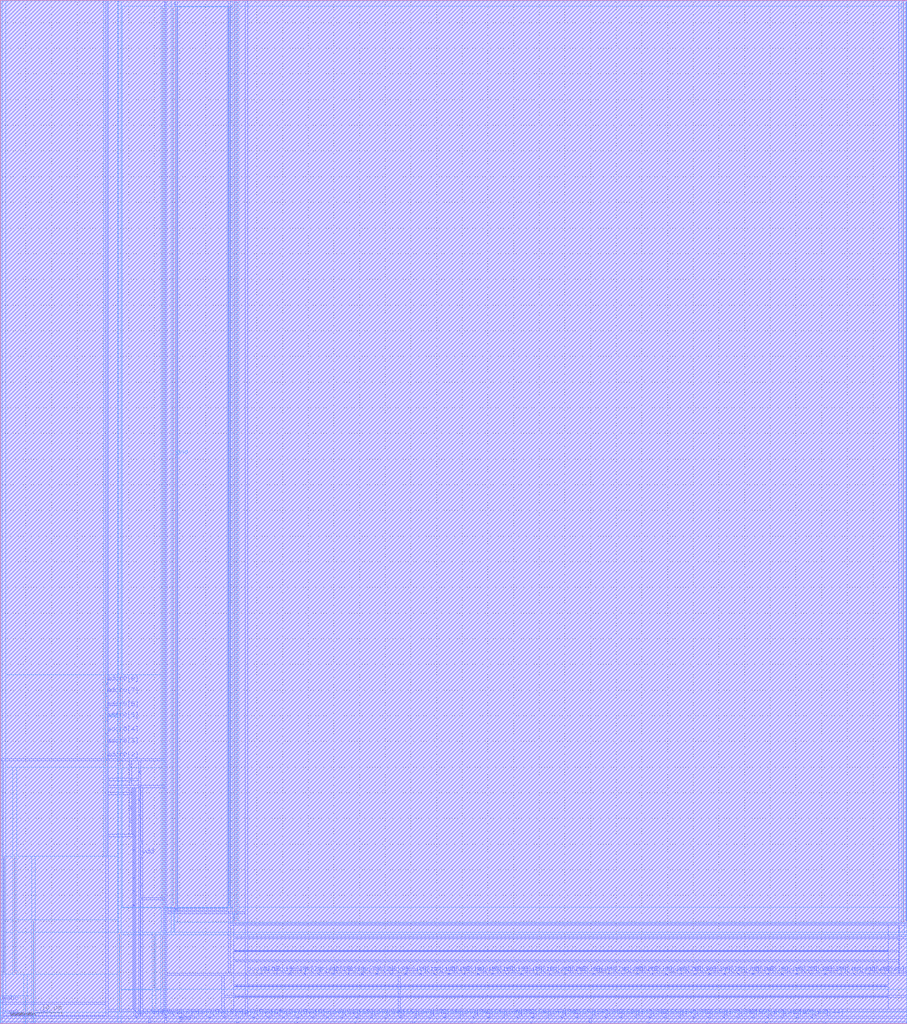
<source format=lef>
VERSION 5.4 ;
NAMESCASESENSITIVE ON ;
BUSBITCHARS "[]" ;
DIVIDERCHAR "/" ;
UNITS
  DATABASE MICRONS 2000 ;
END UNITS
MACRO freepdk45_sram_1rw0r_512x45
   CLASS BLOCK ;
   SIZE 176.67 BY 199.365 ;
   SYMMETRY X Y R90 ;
   PIN din0[0]
      DIRECTION INPUT ;
      PORT
         LAYER metal3 ;
         RECT  32.165 1.1725 32.3 1.3075 ;
      END
   END din0[0]
   PIN din0[1]
      DIRECTION INPUT ;
      PORT
         LAYER metal3 ;
         RECT  35.025 1.1725 35.16 1.3075 ;
      END
   END din0[1]
   PIN din0[2]
      DIRECTION INPUT ;
      PORT
         LAYER metal3 ;
         RECT  37.885 1.1725 38.02 1.3075 ;
      END
   END din0[2]
   PIN din0[3]
      DIRECTION INPUT ;
      PORT
         LAYER metal3 ;
         RECT  40.745 1.1725 40.88 1.3075 ;
      END
   END din0[3]
   PIN din0[4]
      DIRECTION INPUT ;
      PORT
         LAYER metal3 ;
         RECT  43.605 1.1725 43.74 1.3075 ;
      END
   END din0[4]
   PIN din0[5]
      DIRECTION INPUT ;
      PORT
         LAYER metal3 ;
         RECT  46.465 1.1725 46.6 1.3075 ;
      END
   END din0[5]
   PIN din0[6]
      DIRECTION INPUT ;
      PORT
         LAYER metal3 ;
         RECT  49.325 1.1725 49.46 1.3075 ;
      END
   END din0[6]
   PIN din0[7]
      DIRECTION INPUT ;
      PORT
         LAYER metal3 ;
         RECT  52.185 1.1725 52.32 1.3075 ;
      END
   END din0[7]
   PIN din0[8]
      DIRECTION INPUT ;
      PORT
         LAYER metal3 ;
         RECT  55.045 1.1725 55.18 1.3075 ;
      END
   END din0[8]
   PIN din0[9]
      DIRECTION INPUT ;
      PORT
         LAYER metal3 ;
         RECT  57.905 1.1725 58.04 1.3075 ;
      END
   END din0[9]
   PIN din0[10]
      DIRECTION INPUT ;
      PORT
         LAYER metal3 ;
         RECT  60.765 1.1725 60.9 1.3075 ;
      END
   END din0[10]
   PIN din0[11]
      DIRECTION INPUT ;
      PORT
         LAYER metal3 ;
         RECT  63.625 1.1725 63.76 1.3075 ;
      END
   END din0[11]
   PIN din0[12]
      DIRECTION INPUT ;
      PORT
         LAYER metal3 ;
         RECT  66.485 1.1725 66.62 1.3075 ;
      END
   END din0[12]
   PIN din0[13]
      DIRECTION INPUT ;
      PORT
         LAYER metal3 ;
         RECT  69.345 1.1725 69.48 1.3075 ;
      END
   END din0[13]
   PIN din0[14]
      DIRECTION INPUT ;
      PORT
         LAYER metal3 ;
         RECT  72.205 1.1725 72.34 1.3075 ;
      END
   END din0[14]
   PIN din0[15]
      DIRECTION INPUT ;
      PORT
         LAYER metal3 ;
         RECT  75.065 1.1725 75.2 1.3075 ;
      END
   END din0[15]
   PIN din0[16]
      DIRECTION INPUT ;
      PORT
         LAYER metal3 ;
         RECT  77.925 1.1725 78.06 1.3075 ;
      END
   END din0[16]
   PIN din0[17]
      DIRECTION INPUT ;
      PORT
         LAYER metal3 ;
         RECT  80.785 1.1725 80.92 1.3075 ;
      END
   END din0[17]
   PIN din0[18]
      DIRECTION INPUT ;
      PORT
         LAYER metal3 ;
         RECT  83.645 1.1725 83.78 1.3075 ;
      END
   END din0[18]
   PIN din0[19]
      DIRECTION INPUT ;
      PORT
         LAYER metal3 ;
         RECT  86.505 1.1725 86.64 1.3075 ;
      END
   END din0[19]
   PIN din0[20]
      DIRECTION INPUT ;
      PORT
         LAYER metal3 ;
         RECT  89.365 1.1725 89.5 1.3075 ;
      END
   END din0[20]
   PIN din0[21]
      DIRECTION INPUT ;
      PORT
         LAYER metal3 ;
         RECT  92.225 1.1725 92.36 1.3075 ;
      END
   END din0[21]
   PIN din0[22]
      DIRECTION INPUT ;
      PORT
         LAYER metal3 ;
         RECT  95.085 1.1725 95.22 1.3075 ;
      END
   END din0[22]
   PIN din0[23]
      DIRECTION INPUT ;
      PORT
         LAYER metal3 ;
         RECT  97.945 1.1725 98.08 1.3075 ;
      END
   END din0[23]
   PIN din0[24]
      DIRECTION INPUT ;
      PORT
         LAYER metal3 ;
         RECT  100.805 1.1725 100.94 1.3075 ;
      END
   END din0[24]
   PIN din0[25]
      DIRECTION INPUT ;
      PORT
         LAYER metal3 ;
         RECT  103.665 1.1725 103.8 1.3075 ;
      END
   END din0[25]
   PIN din0[26]
      DIRECTION INPUT ;
      PORT
         LAYER metal3 ;
         RECT  106.525 1.1725 106.66 1.3075 ;
      END
   END din0[26]
   PIN din0[27]
      DIRECTION INPUT ;
      PORT
         LAYER metal3 ;
         RECT  109.385 1.1725 109.52 1.3075 ;
      END
   END din0[27]
   PIN din0[28]
      DIRECTION INPUT ;
      PORT
         LAYER metal3 ;
         RECT  112.245 1.1725 112.38 1.3075 ;
      END
   END din0[28]
   PIN din0[29]
      DIRECTION INPUT ;
      PORT
         LAYER metal3 ;
         RECT  115.105 1.1725 115.24 1.3075 ;
      END
   END din0[29]
   PIN din0[30]
      DIRECTION INPUT ;
      PORT
         LAYER metal3 ;
         RECT  117.965 1.1725 118.1 1.3075 ;
      END
   END din0[30]
   PIN din0[31]
      DIRECTION INPUT ;
      PORT
         LAYER metal3 ;
         RECT  120.825 1.1725 120.96 1.3075 ;
      END
   END din0[31]
   PIN din0[32]
      DIRECTION INPUT ;
      PORT
         LAYER metal3 ;
         RECT  123.685 1.1725 123.82 1.3075 ;
      END
   END din0[32]
   PIN din0[33]
      DIRECTION INPUT ;
      PORT
         LAYER metal3 ;
         RECT  126.545 1.1725 126.68 1.3075 ;
      END
   END din0[33]
   PIN din0[34]
      DIRECTION INPUT ;
      PORT
         LAYER metal3 ;
         RECT  129.405 1.1725 129.54 1.3075 ;
      END
   END din0[34]
   PIN din0[35]
      DIRECTION INPUT ;
      PORT
         LAYER metal3 ;
         RECT  132.265 1.1725 132.4 1.3075 ;
      END
   END din0[35]
   PIN din0[36]
      DIRECTION INPUT ;
      PORT
         LAYER metal3 ;
         RECT  135.125 1.1725 135.26 1.3075 ;
      END
   END din0[36]
   PIN din0[37]
      DIRECTION INPUT ;
      PORT
         LAYER metal3 ;
         RECT  137.985 1.1725 138.12 1.3075 ;
      END
   END din0[37]
   PIN din0[38]
      DIRECTION INPUT ;
      PORT
         LAYER metal3 ;
         RECT  140.845 1.1725 140.98 1.3075 ;
      END
   END din0[38]
   PIN din0[39]
      DIRECTION INPUT ;
      PORT
         LAYER metal3 ;
         RECT  143.705 1.1725 143.84 1.3075 ;
      END
   END din0[39]
   PIN din0[40]
      DIRECTION INPUT ;
      PORT
         LAYER metal3 ;
         RECT  146.565 1.1725 146.7 1.3075 ;
      END
   END din0[40]
   PIN din0[41]
      DIRECTION INPUT ;
      PORT
         LAYER metal3 ;
         RECT  149.425 1.1725 149.56 1.3075 ;
      END
   END din0[41]
   PIN din0[42]
      DIRECTION INPUT ;
      PORT
         LAYER metal3 ;
         RECT  152.285 1.1725 152.42 1.3075 ;
      END
   END din0[42]
   PIN din0[43]
      DIRECTION INPUT ;
      PORT
         LAYER metal3 ;
         RECT  155.145 1.1725 155.28 1.3075 ;
      END
   END din0[43]
   PIN din0[44]
      DIRECTION INPUT ;
      PORT
         LAYER metal3 ;
         RECT  158.005 1.1725 158.14 1.3075 ;
      END
   END din0[44]
   PIN addr0[0]
      DIRECTION INPUT ;
      PORT
         LAYER metal3 ;
         RECT  26.445 1.1725 26.58 1.3075 ;
      END
   END addr0[0]
   PIN addr0[1]
      DIRECTION INPUT ;
      PORT
         LAYER metal3 ;
         RECT  29.305 1.1725 29.44 1.3075 ;
      END
   END addr0[1]
   PIN addr0[2]
      DIRECTION INPUT ;
      PORT
         LAYER metal3 ;
         RECT  20.725 51.3525 20.86 51.4875 ;
      END
   END addr0[2]
   PIN addr0[3]
      DIRECTION INPUT ;
      PORT
         LAYER metal3 ;
         RECT  20.725 54.0825 20.86 54.2175 ;
      END
   END addr0[3]
   PIN addr0[4]
      DIRECTION INPUT ;
      PORT
         LAYER metal3 ;
         RECT  20.725 56.2925 20.86 56.4275 ;
      END
   END addr0[4]
   PIN addr0[5]
      DIRECTION INPUT ;
      PORT
         LAYER metal3 ;
         RECT  20.725 59.0225 20.86 59.1575 ;
      END
   END addr0[5]
   PIN addr0[6]
      DIRECTION INPUT ;
      PORT
         LAYER metal3 ;
         RECT  20.725 61.2325 20.86 61.3675 ;
      END
   END addr0[6]
   PIN addr0[7]
      DIRECTION INPUT ;
      PORT
         LAYER metal3 ;
         RECT  20.725 63.9625 20.86 64.0975 ;
      END
   END addr0[7]
   PIN addr0[8]
      DIRECTION INPUT ;
      PORT
         LAYER metal3 ;
         RECT  20.725 66.1725 20.86 66.3075 ;
      END
   END addr0[8]
   PIN csb0
      DIRECTION INPUT ;
      PORT
         LAYER metal3 ;
         RECT  0.285 1.1725 0.42 1.3075 ;
      END
   END csb0
   PIN web0
      DIRECTION INPUT ;
      PORT
         LAYER metal3 ;
         RECT  0.285 3.9025 0.42 4.0375 ;
      END
   END web0
   PIN clk0
      DIRECTION INPUT ;
      PORT
         LAYER metal3 ;
         RECT  6.5275 1.2575 6.6625 1.3925 ;
      END
   END clk0
   PIN dout0[0]
      DIRECTION OUTPUT ;
      PORT
         LAYER metal3 ;
         RECT  47.9025 9.605 48.0375 9.74 ;
      END
   END dout0[0]
   PIN dout0[1]
      DIRECTION OUTPUT ;
      PORT
         LAYER metal3 ;
         RECT  50.7225 9.605 50.8575 9.74 ;
      END
   END dout0[1]
   PIN dout0[2]
      DIRECTION OUTPUT ;
      PORT
         LAYER metal3 ;
         RECT  53.5425 9.605 53.6775 9.74 ;
      END
   END dout0[2]
   PIN dout0[3]
      DIRECTION OUTPUT ;
      PORT
         LAYER metal3 ;
         RECT  56.3625 9.605 56.4975 9.74 ;
      END
   END dout0[3]
   PIN dout0[4]
      DIRECTION OUTPUT ;
      PORT
         LAYER metal3 ;
         RECT  59.1825 9.605 59.3175 9.74 ;
      END
   END dout0[4]
   PIN dout0[5]
      DIRECTION OUTPUT ;
      PORT
         LAYER metal3 ;
         RECT  62.0025 9.605 62.1375 9.74 ;
      END
   END dout0[5]
   PIN dout0[6]
      DIRECTION OUTPUT ;
      PORT
         LAYER metal3 ;
         RECT  64.8225 9.605 64.9575 9.74 ;
      END
   END dout0[6]
   PIN dout0[7]
      DIRECTION OUTPUT ;
      PORT
         LAYER metal3 ;
         RECT  67.6425 9.605 67.7775 9.74 ;
      END
   END dout0[7]
   PIN dout0[8]
      DIRECTION OUTPUT ;
      PORT
         LAYER metal3 ;
         RECT  70.4625 9.605 70.5975 9.74 ;
      END
   END dout0[8]
   PIN dout0[9]
      DIRECTION OUTPUT ;
      PORT
         LAYER metal3 ;
         RECT  73.2825 9.605 73.4175 9.74 ;
      END
   END dout0[9]
   PIN dout0[10]
      DIRECTION OUTPUT ;
      PORT
         LAYER metal3 ;
         RECT  76.1025 9.605 76.2375 9.74 ;
      END
   END dout0[10]
   PIN dout0[11]
      DIRECTION OUTPUT ;
      PORT
         LAYER metal3 ;
         RECT  78.9225 9.605 79.0575 9.74 ;
      END
   END dout0[11]
   PIN dout0[12]
      DIRECTION OUTPUT ;
      PORT
         LAYER metal3 ;
         RECT  81.7425 9.605 81.8775 9.74 ;
      END
   END dout0[12]
   PIN dout0[13]
      DIRECTION OUTPUT ;
      PORT
         LAYER metal3 ;
         RECT  84.5625 9.605 84.6975 9.74 ;
      END
   END dout0[13]
   PIN dout0[14]
      DIRECTION OUTPUT ;
      PORT
         LAYER metal3 ;
         RECT  87.3825 9.605 87.5175 9.74 ;
      END
   END dout0[14]
   PIN dout0[15]
      DIRECTION OUTPUT ;
      PORT
         LAYER metal3 ;
         RECT  90.2025 9.605 90.3375 9.74 ;
      END
   END dout0[15]
   PIN dout0[16]
      DIRECTION OUTPUT ;
      PORT
         LAYER metal3 ;
         RECT  93.0225 9.605 93.1575 9.74 ;
      END
   END dout0[16]
   PIN dout0[17]
      DIRECTION OUTPUT ;
      PORT
         LAYER metal3 ;
         RECT  95.8425 9.605 95.9775 9.74 ;
      END
   END dout0[17]
   PIN dout0[18]
      DIRECTION OUTPUT ;
      PORT
         LAYER metal3 ;
         RECT  98.6625 9.605 98.7975 9.74 ;
      END
   END dout0[18]
   PIN dout0[19]
      DIRECTION OUTPUT ;
      PORT
         LAYER metal3 ;
         RECT  101.4825 9.605 101.6175 9.74 ;
      END
   END dout0[19]
   PIN dout0[20]
      DIRECTION OUTPUT ;
      PORT
         LAYER metal3 ;
         RECT  104.3025 9.605 104.4375 9.74 ;
      END
   END dout0[20]
   PIN dout0[21]
      DIRECTION OUTPUT ;
      PORT
         LAYER metal3 ;
         RECT  107.1225 9.605 107.2575 9.74 ;
      END
   END dout0[21]
   PIN dout0[22]
      DIRECTION OUTPUT ;
      PORT
         LAYER metal3 ;
         RECT  109.9425 9.605 110.0775 9.74 ;
      END
   END dout0[22]
   PIN dout0[23]
      DIRECTION OUTPUT ;
      PORT
         LAYER metal3 ;
         RECT  112.7625 9.605 112.8975 9.74 ;
      END
   END dout0[23]
   PIN dout0[24]
      DIRECTION OUTPUT ;
      PORT
         LAYER metal3 ;
         RECT  115.5825 9.605 115.7175 9.74 ;
      END
   END dout0[24]
   PIN dout0[25]
      DIRECTION OUTPUT ;
      PORT
         LAYER metal3 ;
         RECT  118.4025 9.605 118.5375 9.74 ;
      END
   END dout0[25]
   PIN dout0[26]
      DIRECTION OUTPUT ;
      PORT
         LAYER metal3 ;
         RECT  121.2225 9.605 121.3575 9.74 ;
      END
   END dout0[26]
   PIN dout0[27]
      DIRECTION OUTPUT ;
      PORT
         LAYER metal3 ;
         RECT  124.0425 9.605 124.1775 9.74 ;
      END
   END dout0[27]
   PIN dout0[28]
      DIRECTION OUTPUT ;
      PORT
         LAYER metal3 ;
         RECT  126.8625 9.605 126.9975 9.74 ;
      END
   END dout0[28]
   PIN dout0[29]
      DIRECTION OUTPUT ;
      PORT
         LAYER metal3 ;
         RECT  129.6825 9.605 129.8175 9.74 ;
      END
   END dout0[29]
   PIN dout0[30]
      DIRECTION OUTPUT ;
      PORT
         LAYER metal3 ;
         RECT  132.5025 9.605 132.6375 9.74 ;
      END
   END dout0[30]
   PIN dout0[31]
      DIRECTION OUTPUT ;
      PORT
         LAYER metal3 ;
         RECT  135.3225 9.605 135.4575 9.74 ;
      END
   END dout0[31]
   PIN dout0[32]
      DIRECTION OUTPUT ;
      PORT
         LAYER metal3 ;
         RECT  138.1425 9.605 138.2775 9.74 ;
      END
   END dout0[32]
   PIN dout0[33]
      DIRECTION OUTPUT ;
      PORT
         LAYER metal3 ;
         RECT  140.9625 9.605 141.0975 9.74 ;
      END
   END dout0[33]
   PIN dout0[34]
      DIRECTION OUTPUT ;
      PORT
         LAYER metal3 ;
         RECT  143.7825 9.605 143.9175 9.74 ;
      END
   END dout0[34]
   PIN dout0[35]
      DIRECTION OUTPUT ;
      PORT
         LAYER metal3 ;
         RECT  146.6025 9.605 146.7375 9.74 ;
      END
   END dout0[35]
   PIN dout0[36]
      DIRECTION OUTPUT ;
      PORT
         LAYER metal3 ;
         RECT  149.4225 9.605 149.5575 9.74 ;
      END
   END dout0[36]
   PIN dout0[37]
      DIRECTION OUTPUT ;
      PORT
         LAYER metal3 ;
         RECT  152.2425 9.605 152.3775 9.74 ;
      END
   END dout0[37]
   PIN dout0[38]
      DIRECTION OUTPUT ;
      PORT
         LAYER metal3 ;
         RECT  155.0625 9.605 155.1975 9.74 ;
      END
   END dout0[38]
   PIN dout0[39]
      DIRECTION OUTPUT ;
      PORT
         LAYER metal3 ;
         RECT  157.8825 9.605 158.0175 9.74 ;
      END
   END dout0[39]
   PIN dout0[40]
      DIRECTION OUTPUT ;
      PORT
         LAYER metal3 ;
         RECT  160.7025 9.605 160.8375 9.74 ;
      END
   END dout0[40]
   PIN dout0[41]
      DIRECTION OUTPUT ;
      PORT
         LAYER metal3 ;
         RECT  163.5225 9.605 163.6575 9.74 ;
      END
   END dout0[41]
   PIN dout0[42]
      DIRECTION OUTPUT ;
      PORT
         LAYER metal3 ;
         RECT  166.3425 9.605 166.4775 9.74 ;
      END
   END dout0[42]
   PIN dout0[43]
      DIRECTION OUTPUT ;
      PORT
         LAYER metal3 ;
         RECT  169.1625 9.605 169.2975 9.74 ;
      END
   END dout0[43]
   PIN dout0[44]
      DIRECTION OUTPUT ;
      PORT
         LAYER metal3 ;
         RECT  171.9825 9.605 172.1175 9.74 ;
      END
   END dout0[44]
   PIN vdd
      DIRECTION INOUT ;
      USE POWER ; 
      SHAPE ABUTMENT ; 
      PORT
         LAYER metal3 ;
         RECT  44.5125 21.5825 44.6475 21.7175 ;
         LAYER metal4 ;
         RECT  23.16 2.535 23.3 17.495 ;
         LAYER metal4 ;
         RECT  33.56 22.945 33.7 197.875 ;
         LAYER metal4 ;
         RECT  176.335 20.035 176.475 199.1 ;
         LAYER metal3 ;
         RECT  77.6425 2.5375 77.7775 2.6725 ;
         LAYER metal3 ;
         RECT  54.7625 2.5375 54.8975 2.6725 ;
         LAYER metal3 ;
         RECT  146.2825 2.5375 146.4175 2.6725 ;
         LAYER metal3 ;
         RECT  27.1025 46.1525 27.2375 46.2875 ;
         LAYER metal3 ;
         RECT  111.9625 2.5375 112.0975 2.6725 ;
         LAYER metal3 ;
         RECT  43.3225 2.5375 43.4575 2.6725 ;
         LAYER metal3 ;
         RECT  27.1025 48.8825 27.2375 49.0175 ;
         LAYER metal3 ;
         RECT  66.2025 2.5375 66.3375 2.6725 ;
         LAYER metal3 ;
         RECT  157.7225 2.5375 157.8575 2.6725 ;
         LAYER metal3 ;
         RECT  27.4475 24.3125 27.5825 24.4475 ;
         LAYER metal4 ;
         RECT  45.59 20.035 45.73 199.1 ;
         LAYER metal4 ;
         RECT  0.6875 9.9125 0.8275 32.315 ;
         LAYER metal3 ;
         RECT  89.0825 2.5375 89.2175 2.6725 ;
         LAYER metal3 ;
         RECT  26.1625 2.5375 26.2975 2.6725 ;
         LAYER metal3 ;
         RECT  27.4475 27.0425 27.5825 27.1775 ;
         LAYER metal3 ;
         RECT  27.4475 35.2325 27.5825 35.3675 ;
         LAYER metal3 ;
         RECT  31.8825 2.5375 32.0175 2.6725 ;
         LAYER metal3 ;
         RECT  34.18 22.24 34.315 22.375 ;
         LAYER metal3 ;
         RECT  45.6575 5.3 172.7875 5.37 ;
         LAYER metal4 ;
         RECT  31.575 6.9975 31.715 17.0175 ;
         LAYER metal3 ;
         RECT  134.8425 2.5375 134.9775 2.6725 ;
         LAYER metal3 ;
         RECT  27.1025 43.4225 27.2375 43.5575 ;
         LAYER metal3 ;
         RECT  100.5225 2.5375 100.6575 2.6725 ;
         LAYER metal4 ;
         RECT  0.0 0.065 0.14 5.145 ;
         LAYER metal3 ;
         RECT  45.6575 19.34 174.9025 19.41 ;
         LAYER metal4 ;
         RECT  44.51 22.945 44.65 197.805 ;
         LAYER metal3 ;
         RECT  123.4025 2.5375 123.5375 2.6725 ;
         LAYER metal3 ;
         RECT  27.1025 40.6925 27.2375 40.8275 ;
         LAYER metal3 ;
         RECT  45.6575 12.2275 172.7875 12.2975 ;
         LAYER metal4 ;
         RECT  20.44 50.245 20.58 67.74 ;
         LAYER metal3 ;
         RECT  27.4475 32.5025 27.5825 32.6375 ;
      END
   END vdd
   PIN gnd
      DIRECTION INOUT ;
      USE GROUND ; 
      SHAPE ABUTMENT ; 
      PORT
         LAYER metal4 ;
         RECT  31.625 22.9125 31.765 197.875 ;
         LAYER metal3 ;
         RECT  25.92 36.5975 26.055 36.7325 ;
         LAYER metal3 ;
         RECT  114.8225 0.0675 114.9575 0.2025 ;
         LAYER metal3 ;
         RECT  25.92 22.9475 26.055 23.0825 ;
         LAYER metal3 ;
         RECT  25.295 44.7875 25.43 44.9225 ;
         LAYER metal3 ;
         RECT  57.6225 0.0675 57.7575 0.2025 ;
         LAYER metal3 ;
         RECT  45.6575 16.72 174.935 16.79 ;
         LAYER metal3 ;
         RECT  25.92 31.1375 26.055 31.2725 ;
         LAYER metal4 ;
         RECT  175.875 20.035 176.015 199.1 ;
         LAYER metal3 ;
         RECT  137.7025 0.0675 137.8375 0.2025 ;
         LAYER metal3 ;
         RECT  25.92 28.4075 26.055 28.5425 ;
         LAYER metal3 ;
         RECT  80.5025 0.0675 80.6375 0.2025 ;
         LAYER metal3 ;
         RECT  149.1425 0.0675 149.2775 0.2025 ;
         LAYER metal3 ;
         RECT  45.6575 14.12 172.8225 14.19 ;
         LAYER metal4 ;
         RECT  46.05 20.035 46.19 199.1 ;
         LAYER metal3 ;
         RECT  103.3825 0.0675 103.5175 0.2025 ;
         LAYER metal3 ;
         RECT  25.295 47.5175 25.43 47.6525 ;
         LAYER metal4 ;
         RECT  6.385 0.065 6.525 19.965 ;
         LAYER metal3 ;
         RECT  69.0625 0.0675 69.1975 0.2025 ;
         LAYER metal3 ;
         RECT  160.5825 0.0675 160.7175 0.2025 ;
         LAYER metal4 ;
         RECT  2.75 9.945 2.89 32.3475 ;
         LAYER metal3 ;
         RECT  25.92 25.6775 26.055 25.8125 ;
         LAYER metal3 ;
         RECT  29.0225 0.0675 29.1575 0.2025 ;
         LAYER metal3 ;
         RECT  126.2625 0.0675 126.3975 0.2025 ;
         LAYER metal3 ;
         RECT  25.295 42.0575 25.43 42.1925 ;
         LAYER metal3 ;
         RECT  25.295 39.3275 25.43 39.4625 ;
         LAYER metal3 ;
         RECT  91.9425 0.0675 92.0775 0.2025 ;
         LAYER metal4 ;
         RECT  4.845 0.0 4.985 5.21 ;
         LAYER metal3 ;
         RECT  46.1825 0.0675 46.3175 0.2025 ;
         LAYER metal3 ;
         RECT  25.92 33.8675 26.055 34.0025 ;
         LAYER metal4 ;
         RECT  23.3 50.18 23.44 67.675 ;
         LAYER metal3 ;
         RECT  25.295 50.2475 25.43 50.3825 ;
         LAYER metal4 ;
         RECT  29.9125 6.93 30.0525 17.085 ;
         LAYER metal3 ;
         RECT  45.6575 7.35 172.7875 7.42 ;
         LAYER metal4 ;
         RECT  34.12 22.9125 34.26 197.8375 ;
         LAYER metal3 ;
         RECT  34.7425 0.0675 34.8775 0.2025 ;
      END
   END gnd
   OBS
   LAYER  metal1 ;
      RECT  0.14 0.14 176.53 199.225 ;
   LAYER  metal2 ;
      RECT  0.14 0.14 176.53 199.225 ;
   LAYER  metal3 ;
      RECT  32.025 0.14 32.44 1.0325 ;
      RECT  32.44 1.0325 34.885 1.4475 ;
      RECT  35.3 1.0325 37.745 1.4475 ;
      RECT  38.16 1.0325 40.605 1.4475 ;
      RECT  41.02 1.0325 43.465 1.4475 ;
      RECT  43.88 1.0325 46.325 1.4475 ;
      RECT  46.74 1.0325 49.185 1.4475 ;
      RECT  49.6 1.0325 52.045 1.4475 ;
      RECT  52.46 1.0325 54.905 1.4475 ;
      RECT  55.32 1.0325 57.765 1.4475 ;
      RECT  58.18 1.0325 60.625 1.4475 ;
      RECT  61.04 1.0325 63.485 1.4475 ;
      RECT  63.9 1.0325 66.345 1.4475 ;
      RECT  66.76 1.0325 69.205 1.4475 ;
      RECT  69.62 1.0325 72.065 1.4475 ;
      RECT  72.48 1.0325 74.925 1.4475 ;
      RECT  75.34 1.0325 77.785 1.4475 ;
      RECT  78.2 1.0325 80.645 1.4475 ;
      RECT  81.06 1.0325 83.505 1.4475 ;
      RECT  83.92 1.0325 86.365 1.4475 ;
      RECT  86.78 1.0325 89.225 1.4475 ;
      RECT  89.64 1.0325 92.085 1.4475 ;
      RECT  92.5 1.0325 94.945 1.4475 ;
      RECT  95.36 1.0325 97.805 1.4475 ;
      RECT  98.22 1.0325 100.665 1.4475 ;
      RECT  101.08 1.0325 103.525 1.4475 ;
      RECT  103.94 1.0325 106.385 1.4475 ;
      RECT  106.8 1.0325 109.245 1.4475 ;
      RECT  109.66 1.0325 112.105 1.4475 ;
      RECT  112.52 1.0325 114.965 1.4475 ;
      RECT  115.38 1.0325 117.825 1.4475 ;
      RECT  118.24 1.0325 120.685 1.4475 ;
      RECT  121.1 1.0325 123.545 1.4475 ;
      RECT  123.96 1.0325 126.405 1.4475 ;
      RECT  126.82 1.0325 129.265 1.4475 ;
      RECT  129.68 1.0325 132.125 1.4475 ;
      RECT  132.54 1.0325 134.985 1.4475 ;
      RECT  135.4 1.0325 137.845 1.4475 ;
      RECT  138.26 1.0325 140.705 1.4475 ;
      RECT  141.12 1.0325 143.565 1.4475 ;
      RECT  143.98 1.0325 146.425 1.4475 ;
      RECT  146.84 1.0325 149.285 1.4475 ;
      RECT  149.7 1.0325 152.145 1.4475 ;
      RECT  152.56 1.0325 155.005 1.4475 ;
      RECT  155.42 1.0325 157.865 1.4475 ;
      RECT  158.28 1.0325 176.53 1.4475 ;
      RECT  26.72 1.0325 29.165 1.4475 ;
      RECT  29.58 1.0325 32.025 1.4475 ;
      RECT  0.14 51.2125 20.585 51.6275 ;
      RECT  0.14 51.6275 20.585 199.225 ;
      RECT  20.585 1.4475 21.0 51.2125 ;
      RECT  21.0 51.2125 32.025 51.6275 ;
      RECT  21.0 51.6275 32.025 199.225 ;
      RECT  20.585 51.6275 21.0 53.9425 ;
      RECT  20.585 54.3575 21.0 56.1525 ;
      RECT  20.585 56.5675 21.0 58.8825 ;
      RECT  20.585 59.2975 21.0 61.0925 ;
      RECT  20.585 61.5075 21.0 63.8225 ;
      RECT  20.585 64.2375 21.0 66.0325 ;
      RECT  20.585 66.4475 21.0 199.225 ;
      RECT  0.14 1.0325 0.145 1.4475 ;
      RECT  0.14 1.4475 0.145 3.7625 ;
      RECT  0.14 3.7625 0.145 4.1775 ;
      RECT  0.14 4.1775 0.145 51.2125 ;
      RECT  0.145 1.4475 0.56 3.7625 ;
      RECT  0.145 4.1775 0.56 51.2125 ;
      RECT  0.56 3.7625 20.585 4.1775 ;
      RECT  0.56 4.1775 20.585 51.2125 ;
      RECT  0.56 1.0325 6.3875 1.1175 ;
      RECT  0.56 1.1175 6.3875 1.4475 ;
      RECT  6.3875 1.0325 6.8025 1.1175 ;
      RECT  6.8025 1.0325 26.305 1.1175 ;
      RECT  6.8025 1.1175 26.305 1.4475 ;
      RECT  0.56 1.4475 6.3875 1.5325 ;
      RECT  0.56 1.5325 6.3875 3.7625 ;
      RECT  6.3875 1.5325 6.8025 3.7625 ;
      RECT  6.8025 1.4475 20.585 1.5325 ;
      RECT  6.8025 1.5325 20.585 3.7625 ;
      RECT  32.44 9.465 47.7625 9.88 ;
      RECT  48.1775 9.465 50.5825 9.88 ;
      RECT  50.9975 9.465 53.4025 9.88 ;
      RECT  53.8175 9.465 56.2225 9.88 ;
      RECT  56.6375 9.465 59.0425 9.88 ;
      RECT  59.4575 9.465 61.8625 9.88 ;
      RECT  62.2775 9.465 64.6825 9.88 ;
      RECT  65.0975 9.465 67.5025 9.88 ;
      RECT  67.9175 9.465 70.3225 9.88 ;
      RECT  70.7375 9.465 73.1425 9.88 ;
      RECT  73.5575 9.465 75.9625 9.88 ;
      RECT  76.3775 9.465 78.7825 9.88 ;
      RECT  79.1975 9.465 81.6025 9.88 ;
      RECT  82.0175 9.465 84.4225 9.88 ;
      RECT  84.8375 9.465 87.2425 9.88 ;
      RECT  87.6575 9.465 90.0625 9.88 ;
      RECT  90.4775 9.465 92.8825 9.88 ;
      RECT  93.2975 9.465 95.7025 9.88 ;
      RECT  96.1175 9.465 98.5225 9.88 ;
      RECT  98.9375 9.465 101.3425 9.88 ;
      RECT  101.7575 9.465 104.1625 9.88 ;
      RECT  104.5775 9.465 106.9825 9.88 ;
      RECT  107.3975 9.465 109.8025 9.88 ;
      RECT  110.2175 9.465 112.6225 9.88 ;
      RECT  113.0375 9.465 115.4425 9.88 ;
      RECT  115.8575 9.465 118.2625 9.88 ;
      RECT  118.6775 9.465 121.0825 9.88 ;
      RECT  121.4975 9.465 123.9025 9.88 ;
      RECT  124.3175 9.465 126.7225 9.88 ;
      RECT  127.1375 9.465 129.5425 9.88 ;
      RECT  129.9575 9.465 132.3625 9.88 ;
      RECT  132.7775 9.465 135.1825 9.88 ;
      RECT  135.5975 9.465 138.0025 9.88 ;
      RECT  138.4175 9.465 140.8225 9.88 ;
      RECT  141.2375 9.465 143.6425 9.88 ;
      RECT  144.0575 9.465 146.4625 9.88 ;
      RECT  146.8775 9.465 149.2825 9.88 ;
      RECT  149.6975 9.465 152.1025 9.88 ;
      RECT  152.5175 9.465 154.9225 9.88 ;
      RECT  155.3375 9.465 157.7425 9.88 ;
      RECT  158.1575 9.465 160.5625 9.88 ;
      RECT  160.9775 9.465 163.3825 9.88 ;
      RECT  163.7975 9.465 166.2025 9.88 ;
      RECT  166.6175 9.465 169.0225 9.88 ;
      RECT  169.4375 9.465 171.8425 9.88 ;
      RECT  172.2575 9.465 176.53 9.88 ;
      RECT  32.44 9.88 44.3725 21.4425 ;
      RECT  32.44 21.4425 44.3725 21.8575 ;
      RECT  44.3725 9.88 44.7875 21.4425 ;
      RECT  44.3725 21.8575 44.7875 199.225 ;
      RECT  44.7875 21.4425 47.7625 21.8575 ;
      RECT  44.7875 21.8575 47.7625 199.225 ;
      RECT  48.1775 1.4475 77.5025 2.3975 ;
      RECT  77.5025 1.4475 77.9175 2.3975 ;
      RECT  77.9175 1.4475 176.53 2.3975 ;
      RECT  48.1775 2.3975 54.6225 2.8125 ;
      RECT  21.0 46.0125 26.9625 46.4275 ;
      RECT  27.3775 46.0125 32.025 46.4275 ;
      RECT  27.3775 46.4275 32.025 51.2125 ;
      RECT  32.44 1.4475 43.1825 2.3975 ;
      RECT  32.44 2.3975 43.1825 2.8125 ;
      RECT  32.44 2.8125 43.1825 9.465 ;
      RECT  43.1825 1.4475 43.5975 2.3975 ;
      RECT  43.1825 2.8125 43.5975 9.465 ;
      RECT  43.5975 1.4475 47.7625 2.3975 ;
      RECT  43.5975 2.3975 47.7625 2.8125 ;
      RECT  26.9625 46.4275 27.3775 48.7425 ;
      RECT  26.9625 49.1575 27.3775 51.2125 ;
      RECT  55.0375 2.3975 66.0625 2.8125 ;
      RECT  66.4775 2.3975 77.5025 2.8125 ;
      RECT  146.5575 2.3975 157.5825 2.8125 ;
      RECT  157.9975 2.3975 176.53 2.8125 ;
      RECT  26.9625 1.4475 27.3075 24.1725 ;
      RECT  26.9625 24.1725 27.3075 24.5875 ;
      RECT  27.3075 1.4475 27.3775 24.1725 ;
      RECT  27.3775 1.4475 27.7225 24.1725 ;
      RECT  27.7225 24.1725 32.025 24.5875 ;
      RECT  27.7225 24.5875 32.025 46.0125 ;
      RECT  77.9175 2.3975 88.9425 2.8125 ;
      RECT  21.0 1.4475 26.0225 2.3975 ;
      RECT  21.0 2.3975 26.0225 2.8125 ;
      RECT  26.0225 1.4475 26.4375 2.3975 ;
      RECT  26.4375 1.4475 26.9625 2.3975 ;
      RECT  26.4375 2.3975 26.9625 2.8125 ;
      RECT  26.4375 2.8125 26.9625 46.0125 ;
      RECT  27.3075 24.5875 27.3775 26.9025 ;
      RECT  27.3775 24.5875 27.7225 26.9025 ;
      RECT  27.3775 35.5075 27.7225 46.0125 ;
      RECT  32.025 1.4475 32.1575 2.3975 ;
      RECT  32.025 2.8125 32.1575 199.225 ;
      RECT  32.1575 1.4475 32.44 2.3975 ;
      RECT  32.1575 2.3975 32.44 2.8125 ;
      RECT  32.1575 2.8125 32.44 199.225 ;
      RECT  27.7225 1.4475 31.7425 2.3975 ;
      RECT  27.7225 2.3975 31.7425 2.8125 ;
      RECT  27.7225 2.8125 31.7425 24.1725 ;
      RECT  31.7425 1.4475 32.025 2.3975 ;
      RECT  31.7425 2.8125 32.025 24.1725 ;
      RECT  32.44 21.8575 34.04 22.1 ;
      RECT  32.44 22.1 34.04 22.515 ;
      RECT  32.44 22.515 34.04 199.225 ;
      RECT  34.04 21.8575 34.455 22.1 ;
      RECT  34.04 22.515 34.455 199.225 ;
      RECT  34.455 21.8575 44.3725 22.1 ;
      RECT  34.455 22.1 44.3725 22.515 ;
      RECT  34.455 22.515 44.3725 199.225 ;
      RECT  47.7625 1.4475 48.1775 5.16 ;
      RECT  48.1775 2.8125 77.5025 5.16 ;
      RECT  77.5025 2.8125 77.9175 5.16 ;
      RECT  77.9175 2.8125 172.9275 5.16 ;
      RECT  172.9275 2.8125 176.53 5.16 ;
      RECT  172.9275 5.16 176.53 5.51 ;
      RECT  172.9275 5.51 176.53 9.465 ;
      RECT  43.5975 2.8125 45.5175 5.16 ;
      RECT  43.5975 5.16 45.5175 5.51 ;
      RECT  43.5975 5.51 45.5175 9.465 ;
      RECT  45.5175 2.8125 47.7625 5.16 ;
      RECT  135.1175 2.3975 146.1425 2.8125 ;
      RECT  26.9625 43.6975 27.3075 46.0125 ;
      RECT  27.3075 43.6975 27.3775 46.0125 ;
      RECT  89.3575 2.3975 100.3825 2.8125 ;
      RECT  100.7975 2.3975 111.8225 2.8125 ;
      RECT  47.7625 19.55 48.1775 199.225 ;
      RECT  48.1775 19.55 175.0425 199.225 ;
      RECT  175.0425 19.2 176.53 19.55 ;
      RECT  175.0425 19.55 176.53 199.225 ;
      RECT  44.7875 9.88 45.5175 19.2 ;
      RECT  44.7875 19.2 45.5175 19.55 ;
      RECT  44.7875 19.55 45.5175 21.4425 ;
      RECT  45.5175 19.55 47.7625 21.4425 ;
      RECT  112.2375 2.3975 123.2625 2.8125 ;
      RECT  123.6775 2.3975 134.7025 2.8125 ;
      RECT  26.9625 24.5875 27.3075 40.5525 ;
      RECT  26.9625 40.9675 27.3075 43.2825 ;
      RECT  27.3075 35.5075 27.3775 40.5525 ;
      RECT  27.3075 40.9675 27.3775 43.2825 ;
      RECT  47.7625 9.88 48.1775 12.0875 ;
      RECT  48.1775 9.88 172.9275 12.0875 ;
      RECT  172.9275 9.88 175.0425 12.0875 ;
      RECT  172.9275 12.0875 175.0425 12.4375 ;
      RECT  45.5175 9.88 47.7625 12.0875 ;
      RECT  27.3075 27.3175 27.3775 32.3625 ;
      RECT  27.3075 32.7775 27.3775 35.0925 ;
      RECT  27.3775 27.3175 27.7225 32.3625 ;
      RECT  27.3775 32.7775 27.7225 35.0925 ;
      RECT  21.0 2.8125 25.78 36.4575 ;
      RECT  21.0 36.4575 25.78 36.8725 ;
      RECT  25.78 36.8725 26.0225 46.0125 ;
      RECT  26.0225 36.8725 26.195 46.0125 ;
      RECT  26.195 2.8125 26.4375 36.4575 ;
      RECT  26.195 36.4575 26.4375 36.8725 ;
      RECT  26.195 36.8725 26.4375 46.0125 ;
      RECT  32.44 0.3425 114.6825 1.0325 ;
      RECT  114.6825 0.3425 115.0975 1.0325 ;
      RECT  115.0975 0.3425 176.53 1.0325 ;
      RECT  25.78 2.8125 26.0225 22.8075 ;
      RECT  26.0225 2.8125 26.195 22.8075 ;
      RECT  21.0 36.8725 25.155 44.6475 ;
      RECT  21.0 44.6475 25.155 45.0625 ;
      RECT  21.0 45.0625 25.155 46.0125 ;
      RECT  25.155 45.0625 25.57 46.0125 ;
      RECT  25.57 36.8725 25.78 44.6475 ;
      RECT  25.57 44.6475 25.78 45.0625 ;
      RECT  25.57 45.0625 25.78 46.0125 ;
      RECT  175.0425 9.88 175.075 16.58 ;
      RECT  175.0425 16.93 175.075 19.2 ;
      RECT  175.075 9.88 176.53 16.58 ;
      RECT  175.075 16.58 176.53 16.93 ;
      RECT  175.075 16.93 176.53 19.2 ;
      RECT  47.7625 16.93 48.1775 19.2 ;
      RECT  48.1775 16.93 172.9275 19.2 ;
      RECT  172.9275 16.93 175.0425 19.2 ;
      RECT  45.5175 16.93 47.7625 19.2 ;
      RECT  25.78 28.6825 26.0225 30.9975 ;
      RECT  26.0225 28.6825 26.195 30.9975 ;
      RECT  137.9775 0.14 149.0025 0.3425 ;
      RECT  47.7625 12.4375 48.1775 13.98 ;
      RECT  47.7625 14.33 48.1775 16.58 ;
      RECT  48.1775 12.4375 172.9275 13.98 ;
      RECT  48.1775 14.33 172.9275 16.58 ;
      RECT  172.9275 12.4375 172.9625 13.98 ;
      RECT  172.9275 14.33 172.9625 16.58 ;
      RECT  172.9625 12.4375 175.0425 13.98 ;
      RECT  172.9625 13.98 175.0425 14.33 ;
      RECT  172.9625 14.33 175.0425 16.58 ;
      RECT  45.5175 12.4375 47.7625 13.98 ;
      RECT  45.5175 14.33 47.7625 16.58 ;
      RECT  103.6575 0.14 114.6825 0.3425 ;
      RECT  21.0 46.4275 25.155 47.3775 ;
      RECT  21.0 47.3775 25.155 47.7925 ;
      RECT  21.0 47.7925 25.155 51.2125 ;
      RECT  25.155 46.4275 25.57 47.3775 ;
      RECT  25.57 46.4275 26.9625 47.3775 ;
      RECT  25.57 47.3775 26.9625 47.7925 ;
      RECT  25.57 47.7925 26.9625 51.2125 ;
      RECT  57.8975 0.14 68.9225 0.3425 ;
      RECT  69.3375 0.14 80.3625 0.3425 ;
      RECT  149.4175 0.14 160.4425 0.3425 ;
      RECT  160.8575 0.14 176.53 0.3425 ;
      RECT  25.78 23.2225 26.0225 25.5375 ;
      RECT  25.78 25.9525 26.0225 28.2675 ;
      RECT  26.0225 23.2225 26.195 25.5375 ;
      RECT  26.0225 25.9525 26.195 28.2675 ;
      RECT  0.14 0.14 28.8825 0.3425 ;
      RECT  0.14 0.3425 28.8825 1.0325 ;
      RECT  28.8825 0.3425 29.2975 1.0325 ;
      RECT  29.2975 0.14 32.025 0.3425 ;
      RECT  29.2975 0.3425 32.025 1.0325 ;
      RECT  115.0975 0.14 126.1225 0.3425 ;
      RECT  126.5375 0.14 137.5625 0.3425 ;
      RECT  25.155 42.3325 25.57 44.6475 ;
      RECT  25.155 36.8725 25.57 39.1875 ;
      RECT  25.155 39.6025 25.57 41.9175 ;
      RECT  80.7775 0.14 91.8025 0.3425 ;
      RECT  92.2175 0.14 103.2425 0.3425 ;
      RECT  46.4575 0.14 57.4825 0.3425 ;
      RECT  25.78 31.4125 26.0225 33.7275 ;
      RECT  25.78 34.1425 26.0225 36.4575 ;
      RECT  26.0225 31.4125 26.195 33.7275 ;
      RECT  26.0225 34.1425 26.195 36.4575 ;
      RECT  25.155 47.7925 25.57 50.1075 ;
      RECT  25.155 50.5225 25.57 51.2125 ;
      RECT  47.7625 5.51 48.1775 7.21 ;
      RECT  47.7625 7.56 48.1775 9.465 ;
      RECT  48.1775 5.51 77.5025 7.21 ;
      RECT  48.1775 7.56 77.5025 9.465 ;
      RECT  77.5025 5.51 77.9175 7.21 ;
      RECT  77.5025 7.56 77.9175 9.465 ;
      RECT  77.9175 5.51 172.9275 7.21 ;
      RECT  77.9175 7.56 172.9275 9.465 ;
      RECT  45.5175 5.51 47.7625 7.21 ;
      RECT  45.5175 7.56 47.7625 9.465 ;
      RECT  32.44 0.14 34.6025 0.3425 ;
      RECT  35.0175 0.14 46.0425 0.3425 ;
   LAYER  metal4 ;
      RECT  22.88 0.14 23.58 2.255 ;
      RECT  23.58 0.14 176.53 2.255 ;
      RECT  23.58 198.155 33.28 199.225 ;
      RECT  33.28 198.155 33.98 199.225 ;
      RECT  33.98 17.775 176.055 19.755 ;
      RECT  176.055 17.775 176.53 19.755 ;
      RECT  33.98 198.155 45.31 199.225 ;
      RECT  0.14 9.6325 0.4075 17.775 ;
      RECT  0.14 17.775 0.4075 32.595 ;
      RECT  0.14 32.595 0.4075 199.225 ;
      RECT  0.4075 32.595 1.1075 199.225 ;
      RECT  31.295 2.255 31.995 6.7175 ;
      RECT  31.295 17.2975 31.995 17.775 ;
      RECT  31.995 2.255 176.53 6.7175 ;
      RECT  31.995 6.7175 176.53 17.2975 ;
      RECT  31.995 17.2975 176.53 17.775 ;
      RECT  0.14 5.425 0.4075 9.6325 ;
      RECT  0.4075 5.425 0.42 9.6325 ;
      RECT  0.42 2.255 1.1075 5.425 ;
      RECT  0.42 5.425 1.1075 9.6325 ;
      RECT  44.23 198.085 44.93 198.155 ;
      RECT  44.93 22.665 45.31 198.085 ;
      RECT  44.93 198.085 45.31 198.155 ;
      RECT  1.1075 49.965 20.16 68.02 ;
      RECT  1.1075 68.02 20.16 199.225 ;
      RECT  20.16 32.595 20.86 49.965 ;
      RECT  20.16 68.02 20.86 199.225 ;
      RECT  20.86 32.595 22.88 49.965 ;
      RECT  20.86 49.965 22.88 68.02 ;
      RECT  20.86 68.02 22.88 199.225 ;
      RECT  23.58 17.775 31.345 22.6325 ;
      RECT  23.58 22.6325 31.345 22.665 ;
      RECT  31.345 17.775 32.045 22.6325 ;
      RECT  32.045 17.775 33.28 22.6325 ;
      RECT  32.045 22.6325 33.28 22.665 ;
      RECT  32.045 22.665 33.28 198.155 ;
      RECT  46.47 19.755 175.595 22.665 ;
      RECT  46.47 22.665 175.595 198.155 ;
      RECT  46.47 198.155 175.595 199.225 ;
      RECT  6.805 2.255 22.88 9.6325 ;
      RECT  6.805 9.6325 22.88 17.775 ;
      RECT  6.105 20.245 6.805 32.595 ;
      RECT  6.805 17.775 22.88 20.245 ;
      RECT  6.805 20.245 22.88 32.595 ;
      RECT  6.805 0.14 22.88 2.255 ;
      RECT  1.1075 32.595 2.47 32.6275 ;
      RECT  1.1075 32.6275 2.47 49.965 ;
      RECT  2.47 32.6275 3.17 49.965 ;
      RECT  3.17 32.595 20.16 32.6275 ;
      RECT  3.17 32.6275 20.16 49.965 ;
      RECT  1.1075 9.6325 2.47 9.665 ;
      RECT  1.1075 9.665 2.47 17.775 ;
      RECT  2.47 9.6325 3.17 9.665 ;
      RECT  3.17 9.6325 6.105 9.665 ;
      RECT  3.17 9.665 6.105 17.775 ;
      RECT  1.1075 17.775 2.47 20.245 ;
      RECT  3.17 17.775 6.105 20.245 ;
      RECT  1.1075 20.245 2.47 32.595 ;
      RECT  3.17 20.245 6.105 32.595 ;
      RECT  1.1075 2.255 4.565 5.49 ;
      RECT  1.1075 5.49 4.565 9.6325 ;
      RECT  4.565 5.49 5.265 9.6325 ;
      RECT  5.265 2.255 6.105 5.49 ;
      RECT  5.265 5.49 6.105 9.6325 ;
      RECT  0.42 0.14 4.565 2.255 ;
      RECT  5.265 0.14 6.105 2.255 ;
      RECT  22.88 17.775 23.02 49.9 ;
      RECT  22.88 49.9 23.02 67.955 ;
      RECT  22.88 67.955 23.02 199.225 ;
      RECT  23.02 17.775 23.58 49.9 ;
      RECT  23.02 67.955 23.58 199.225 ;
      RECT  23.58 22.665 23.72 49.9 ;
      RECT  23.58 67.955 23.72 198.155 ;
      RECT  23.72 22.665 31.345 49.9 ;
      RECT  23.72 49.9 31.345 67.955 ;
      RECT  23.72 67.955 31.345 198.155 ;
      RECT  23.58 2.255 29.6325 6.65 ;
      RECT  23.58 6.65 29.6325 6.7175 ;
      RECT  29.6325 2.255 30.3325 6.65 ;
      RECT  30.3325 2.255 31.295 6.65 ;
      RECT  30.3325 6.65 31.295 6.7175 ;
      RECT  23.58 6.7175 29.6325 17.2975 ;
      RECT  30.3325 6.7175 31.295 17.2975 ;
      RECT  23.58 17.2975 29.6325 17.365 ;
      RECT  23.58 17.365 29.6325 17.775 ;
      RECT  29.6325 17.365 30.3325 17.775 ;
      RECT  30.3325 17.2975 31.295 17.365 ;
      RECT  30.3325 17.365 31.295 17.775 ;
      RECT  33.28 17.775 33.84 22.6325 ;
      RECT  33.28 22.6325 33.84 22.665 ;
      RECT  33.84 17.775 33.98 22.6325 ;
      RECT  33.98 19.755 34.54 22.6325 ;
      RECT  34.54 19.755 45.31 22.6325 ;
      RECT  34.54 22.6325 45.31 22.665 ;
      RECT  34.54 22.665 44.23 198.085 ;
      RECT  33.98 198.1175 34.54 198.155 ;
      RECT  34.54 198.085 44.23 198.1175 ;
      RECT  34.54 198.1175 44.23 198.155 ;
   END
END    freepdk45_sram_1rw0r_512x45
END    LIBRARY

</source>
